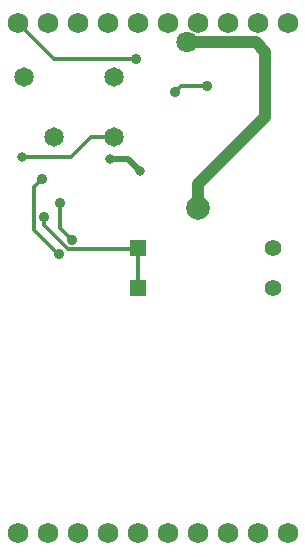
<source format=gbr>
%TF.GenerationSoftware,KiCad,Pcbnew,8.0.8*%
%TF.CreationDate,2025-02-16T23:44:15-05:00*%
%TF.ProjectId,RTDS Control Module V2.0,52544453-2043-46f6-9e74-726f6c204d6f,rev?*%
%TF.SameCoordinates,Original*%
%TF.FileFunction,Copper,L2,Bot*%
%TF.FilePolarity,Positive*%
%FSLAX46Y46*%
G04 Gerber Fmt 4.6, Leading zero omitted, Abs format (unit mm)*
G04 Created by KiCad (PCBNEW 8.0.8) date 2025-02-16 23:44:15*
%MOMM*%
%LPD*%
G01*
G04 APERTURE LIST*
%TA.AperFunction,ComponentPad*%
%ADD10R,1.397000X1.397000*%
%TD*%
%TA.AperFunction,ComponentPad*%
%ADD11C,1.397000*%
%TD*%
%TA.AperFunction,ComponentPad*%
%ADD12C,1.650000*%
%TD*%
%TA.AperFunction,ComponentPad*%
%ADD13C,1.750000*%
%TD*%
%TA.AperFunction,ViaPad*%
%ADD14C,0.900000*%
%TD*%
%TA.AperFunction,ViaPad*%
%ADD15C,0.800000*%
%TD*%
%TA.AperFunction,ViaPad*%
%ADD16C,1.800000*%
%TD*%
%TA.AperFunction,ViaPad*%
%ADD17C,2.000000*%
%TD*%
%TA.AperFunction,Conductor*%
%ADD18C,0.500000*%
%TD*%
%TA.AperFunction,Conductor*%
%ADD19C,0.300000*%
%TD*%
%TA.AperFunction,Conductor*%
%ADD20C,1.000000*%
%TD*%
G04 APERTURE END LIST*
D10*
%TO.P,R2,1*%
%TO.N,/Vs*%
X61000000Y-47800000D03*
D11*
%TO.P,R2,2*%
%TO.N,Net-(U1-DIS)*%
X72430000Y-47800000D03*
%TD*%
D12*
%TO.P,K1,2*%
%TO.N,Net-(U1-TR)*%
X53890000Y-34980000D03*
%TO.P,K1,4*%
%TO.N,/GND*%
X58970000Y-34980000D03*
%TO.P,K1,5*%
%TO.N,Net-(J1-Pad3)*%
X58970000Y-29900000D03*
%TO.P,K1,8*%
%TO.N,/Vs*%
X51350000Y-29900000D03*
%TD*%
D13*
%TO.P,J1,1,1*%
%TO.N,N/C*%
X50800000Y-68580000D03*
%TO.P,J1,2,2*%
X53340000Y-68580000D03*
%TO.P,J1,3,3*%
X55880000Y-68580000D03*
%TO.P,J1,4,4*%
X58420000Y-68580000D03*
%TO.P,J1,5,5*%
X60960000Y-68580000D03*
%TO.P,J1,6,6*%
X63500000Y-68580000D03*
%TO.P,J1,7,7*%
X66040000Y-68580000D03*
%TO.P,J1,8,8*%
X68580000Y-68580000D03*
%TO.P,J1,9,9*%
X71120000Y-68580000D03*
%TO.P,J1,10,10*%
X73660000Y-68580000D03*
%TD*%
D10*
%TO.P,R1,1*%
%TO.N,/Vs*%
X60985000Y-44400000D03*
D11*
%TO.P,R1,2*%
%TO.N,Net-(U1-TR)*%
X72415000Y-44400000D03*
%TD*%
D13*
%TO.P,J1,1,1*%
%TO.N,/Vs*%
X50800000Y-25400000D03*
%TO.P,J1,2,2*%
%TO.N,/GND*%
X53340000Y-25400000D03*
%TO.P,J1,3,3*%
%TO.N,Net-(J1-Pad3)*%
X55880000Y-25400000D03*
%TO.P,J1,4,4*%
%TO.N,Net-(U2-D)*%
X58420000Y-25400000D03*
%TO.P,J1,5,5*%
%TO.N,unconnected-(J1-Pad5)*%
X60960000Y-25400000D03*
%TO.P,J1,6,6*%
%TO.N,unconnected-(J1-Pad6)*%
X63500000Y-25400000D03*
%TO.P,J1,7,7*%
%TO.N,unconnected-(J1-Pad7)*%
X66040000Y-25400000D03*
%TO.P,J1,8,8*%
%TO.N,unconnected-(J1-Pad8)*%
X68580000Y-25400000D03*
%TO.P,J1,9,9*%
%TO.N,unconnected-(J1-Pad9)*%
X71120000Y-25400000D03*
%TO.P,J1,10,10*%
%TO.N,unconnected-(J1-Pad10)*%
X73660000Y-25400000D03*
%TD*%
D14*
%TO.N,/GND*%
X64100000Y-31200000D03*
D15*
X61160000Y-37900000D03*
X58660000Y-36900000D03*
D14*
X66815601Y-30700000D03*
D15*
X51185000Y-36700000D03*
D14*
%TO.N,Net-(U1-TR)*%
X54300000Y-44900000D03*
X52862499Y-38562499D03*
%TO.N,/Vs*%
X60850000Y-28450000D03*
X53000000Y-41800000D03*
%TO.N,Net-(U1-DIS)*%
X55400000Y-43700000D03*
X54400000Y-40600000D03*
D16*
%TO.N,Net-(U2-D)*%
X65100000Y-27000000D03*
D17*
X66060000Y-41000000D03*
%TD*%
D18*
%TO.N,/GND*%
X60160000Y-36900000D02*
X61160000Y-37900000D01*
D19*
X57019339Y-34980000D02*
X58970000Y-34980000D01*
X66815601Y-30700000D02*
X64600000Y-30700000D01*
X64600000Y-30700000D02*
X64100000Y-31200000D01*
X51185000Y-36700000D02*
X55299339Y-36700000D01*
D18*
X58660000Y-36900000D02*
X60160000Y-36900000D01*
D19*
X55299339Y-36700000D02*
X57019339Y-34980000D01*
%TO.N,Net-(U1-TR)*%
X54200000Y-44900000D02*
X54300000Y-44900000D01*
X52862499Y-38562499D02*
X52200000Y-39224998D01*
X52200000Y-42900000D02*
X54200000Y-44900000D01*
X52200000Y-39224998D02*
X52200000Y-42900000D01*
%TO.N,/Vs*%
X59000000Y-44500000D02*
X55068629Y-44500000D01*
X60985000Y-44400000D02*
X60885000Y-44500000D01*
X53850000Y-28450000D02*
X50800000Y-25400000D01*
X60885000Y-44500000D02*
X59000000Y-44500000D01*
X53000000Y-42431371D02*
X53000000Y-41800000D01*
X60850000Y-28450000D02*
X53850000Y-28450000D01*
X61000000Y-47800000D02*
X61000000Y-44415000D01*
X55068629Y-44500000D02*
X53000000Y-42431371D01*
X61000000Y-44415000D02*
X60985000Y-44400000D01*
%TO.N,Net-(U1-DIS)*%
X55400000Y-43700000D02*
X54400000Y-42700000D01*
X54400000Y-42700000D02*
X54400000Y-40600000D01*
D20*
%TO.N,Net-(U2-D)*%
X71760000Y-33300000D02*
X66060000Y-39000000D01*
X65100000Y-27000000D02*
X70974214Y-27000000D01*
X66060000Y-39000000D02*
X66060000Y-41000000D01*
X71760000Y-27785786D02*
X71760000Y-33300000D01*
X70974214Y-27000000D02*
X71760000Y-27785786D01*
%TD*%
M02*

</source>
